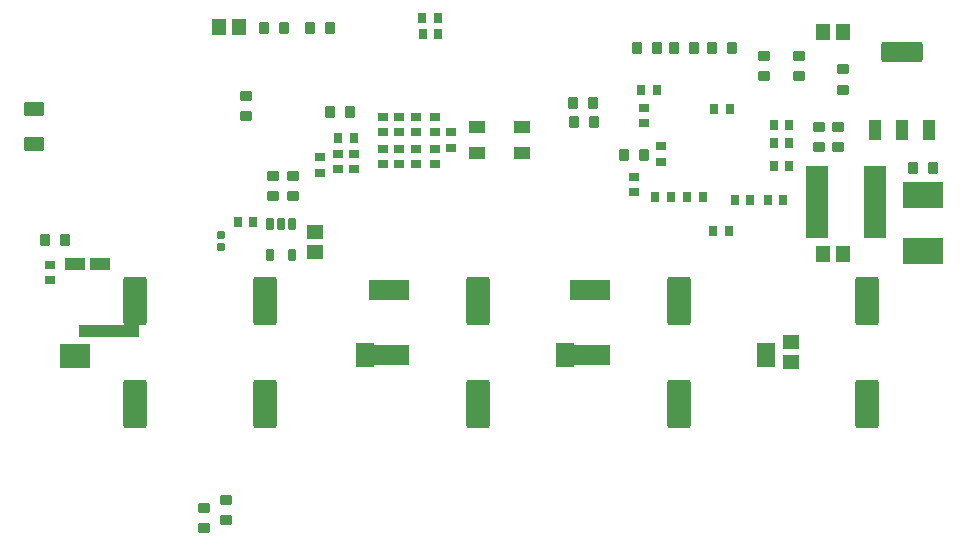
<source format=gbp>
G04*
G04 #@! TF.GenerationSoftware,Altium Limited,Altium Designer,20.0.11 (256)*
G04*
G04 Layer_Color=128*
%FSLAX25Y25*%
%MOIN*%
G70*
G01*
G75*
%ADD22R,0.10236X0.08268*%
%ADD23R,0.20079X0.04331*%
%ADD24R,0.06299X0.08268*%
%ADD36R,0.06693X0.03937*%
%ADD37R,0.03347X0.02756*%
G04:AMPARAMS|DCode=39|XSize=39.37mil|YSize=35.43mil|CornerRadius=4.43mil|HoleSize=0mil|Usage=FLASHONLY|Rotation=90.000|XOffset=0mil|YOffset=0mil|HoleType=Round|Shape=RoundedRectangle|*
%AMROUNDEDRECTD39*
21,1,0.03937,0.02657,0,0,90.0*
21,1,0.03051,0.03543,0,0,90.0*
1,1,0.00886,0.01329,0.01526*
1,1,0.00886,0.01329,-0.01526*
1,1,0.00886,-0.01329,-0.01526*
1,1,0.00886,-0.01329,0.01526*
%
%ADD39ROUNDEDRECTD39*%
G04:AMPARAMS|DCode=40|XSize=39.37mil|YSize=35.43mil|CornerRadius=4.43mil|HoleSize=0mil|Usage=FLASHONLY|Rotation=180.000|XOffset=0mil|YOffset=0mil|HoleType=Round|Shape=RoundedRectangle|*
%AMROUNDEDRECTD40*
21,1,0.03937,0.02657,0,0,180.0*
21,1,0.03051,0.03543,0,0,180.0*
1,1,0.00886,-0.01526,0.01329*
1,1,0.00886,0.01526,0.01329*
1,1,0.00886,0.01526,-0.01329*
1,1,0.00886,-0.01526,-0.01329*
%
%ADD40ROUNDEDRECTD40*%
G04:AMPARAMS|DCode=43|XSize=23.62mil|YSize=23.62mil|CornerRadius=2.36mil|HoleSize=0mil|Usage=FLASHONLY|Rotation=180.000|XOffset=0mil|YOffset=0mil|HoleType=Round|Shape=RoundedRectangle|*
%AMROUNDEDRECTD43*
21,1,0.02362,0.01890,0,0,180.0*
21,1,0.01890,0.02362,0,0,180.0*
1,1,0.00472,-0.00945,0.00945*
1,1,0.00472,0.00945,0.00945*
1,1,0.00472,0.00945,-0.00945*
1,1,0.00472,-0.00945,-0.00945*
%
%ADD43ROUNDEDRECTD43*%
G04:AMPARAMS|DCode=113|XSize=49.21mil|YSize=68.9mil|CornerRadius=12.3mil|HoleSize=0mil|Usage=FLASHONLY|Rotation=90.000|XOffset=0mil|YOffset=0mil|HoleType=Round|Shape=RoundedRectangle|*
%AMROUNDEDRECTD113*
21,1,0.04921,0.04429,0,0,90.0*
21,1,0.02461,0.06890,0,0,90.0*
1,1,0.02461,0.02215,0.01230*
1,1,0.02461,0.02215,-0.01230*
1,1,0.02461,-0.02215,-0.01230*
1,1,0.02461,-0.02215,0.01230*
%
%ADD113ROUNDEDRECTD113*%
%ADD114R,0.05512X0.03937*%
%ADD115R,0.13780X0.08858*%
%ADD116R,0.13583X0.07087*%
%ADD117R,0.07795X0.24488*%
%ADD118R,0.04921X0.05709*%
%ADD119R,0.05709X0.04921*%
%ADD120R,0.02756X0.03347*%
G04:AMPARAMS|DCode=122|XSize=137.8mil|YSize=68.9mil|CornerRadius=8.61mil|HoleSize=0mil|Usage=FLASHONLY|Rotation=180.000|XOffset=0mil|YOffset=0mil|HoleType=Round|Shape=RoundedRectangle|*
%AMROUNDEDRECTD122*
21,1,0.13780,0.05167,0,0,180.0*
21,1,0.12057,0.06890,0,0,180.0*
1,1,0.01722,-0.06029,0.02584*
1,1,0.01722,0.06029,0.02584*
1,1,0.01722,0.06029,-0.02584*
1,1,0.01722,-0.06029,-0.02584*
%
%ADD122ROUNDEDRECTD122*%
G04:AMPARAMS|DCode=123|XSize=43.31mil|YSize=68.9mil|CornerRadius=5.41mil|HoleSize=0mil|Usage=FLASHONLY|Rotation=180.000|XOffset=0mil|YOffset=0mil|HoleType=Round|Shape=RoundedRectangle|*
%AMROUNDEDRECTD123*
21,1,0.04331,0.05807,0,0,180.0*
21,1,0.03248,0.06890,0,0,180.0*
1,1,0.01083,-0.01624,0.02904*
1,1,0.01083,0.01624,0.02904*
1,1,0.01083,0.01624,-0.02904*
1,1,0.01083,-0.01624,-0.02904*
%
%ADD123ROUNDEDRECTD123*%
G04:AMPARAMS|DCode=124|XSize=43.31mil|YSize=68.9mil|CornerRadius=5.41mil|HoleSize=0mil|Usage=FLASHONLY|Rotation=180.000|XOffset=0mil|YOffset=0mil|HoleType=Round|Shape=RoundedRectangle|*
%AMROUNDEDRECTD124*
21,1,0.04331,0.05807,0,0,180.0*
21,1,0.03248,0.06890,0,0,180.0*
1,1,0.01083,-0.01624,0.02904*
1,1,0.01083,0.01624,0.02904*
1,1,0.01083,0.01624,-0.02904*
1,1,0.01083,-0.01624,-0.02904*
%
%ADD124ROUNDEDRECTD124*%
G04:AMPARAMS|DCode=125|XSize=23.62mil|YSize=39.37mil|CornerRadius=2.95mil|HoleSize=0mil|Usage=FLASHONLY|Rotation=0.000|XOffset=0mil|YOffset=0mil|HoleType=Round|Shape=RoundedRectangle|*
%AMROUNDEDRECTD125*
21,1,0.02362,0.03347,0,0,0.0*
21,1,0.01772,0.03937,0,0,0.0*
1,1,0.00591,0.00886,-0.01673*
1,1,0.00591,-0.00886,-0.01673*
1,1,0.00591,-0.00886,0.01673*
1,1,0.00591,0.00886,0.01673*
%
%ADD125ROUNDEDRECTD125*%
G04:AMPARAMS|DCode=126|XSize=78.74mil|YSize=161.42mil|CornerRadius=9.84mil|HoleSize=0mil|Usage=FLASHONLY|Rotation=180.000|XOffset=0mil|YOffset=0mil|HoleType=Round|Shape=RoundedRectangle|*
%AMROUNDEDRECTD126*
21,1,0.07874,0.14173,0,0,180.0*
21,1,0.05906,0.16142,0,0,180.0*
1,1,0.01968,-0.02953,0.07087*
1,1,0.01968,0.02953,0.07087*
1,1,0.01968,0.02953,-0.07087*
1,1,0.01968,-0.02953,-0.07087*
%
%ADD126ROUNDEDRECTD126*%
D22*
X147349Y73425D02*
D03*
D23*
X158569Y81693D02*
D03*
D24*
X243806Y73819D02*
D03*
X310735D02*
D03*
X377664D02*
D03*
D36*
X147366Y104100D02*
D03*
X155634D02*
D03*
D37*
X228930Y134647D02*
D03*
Y139765D02*
D03*
X255308Y148033D02*
D03*
Y153151D02*
D03*
X260820Y148033D02*
D03*
Y153151D02*
D03*
X267119Y137403D02*
D03*
Y142521D02*
D03*
X255308Y137403D02*
D03*
Y142521D02*
D03*
X249796Y153151D02*
D03*
Y148033D02*
D03*
X267119D02*
D03*
Y153151D02*
D03*
X249796Y142521D02*
D03*
Y137403D02*
D03*
X260820Y142521D02*
D03*
Y137403D02*
D03*
X272631Y148033D02*
D03*
Y142915D02*
D03*
X240347Y135828D02*
D03*
Y140946D02*
D03*
X342600Y143459D02*
D03*
Y138341D02*
D03*
X337009Y151065D02*
D03*
Y156183D02*
D03*
X333465Y133349D02*
D03*
Y128231D02*
D03*
X234835Y135828D02*
D03*
Y140946D02*
D03*
X139100Y103859D02*
D03*
Y98741D02*
D03*
D39*
X137253Y112300D02*
D03*
X143947D02*
D03*
X232147Y182700D02*
D03*
X225453D02*
D03*
X216846D02*
D03*
X210154D02*
D03*
X336846Y140400D02*
D03*
X330153Y140400D02*
D03*
X320346Y151500D02*
D03*
X313653D02*
D03*
X319947Y158000D02*
D03*
X313253D02*
D03*
X359647Y176065D02*
D03*
X366339D02*
D03*
X347048Y176154D02*
D03*
X353741D02*
D03*
X334450Y176065D02*
D03*
X341143D02*
D03*
X238947Y155000D02*
D03*
X232254D02*
D03*
X426728Y136080D02*
D03*
X433421D02*
D03*
D40*
X401576Y143191D02*
D03*
Y149884D02*
D03*
X395276Y143191D02*
D03*
Y149884D02*
D03*
X388583Y166813D02*
D03*
Y173506D02*
D03*
X403400Y169046D02*
D03*
Y162353D02*
D03*
X376772Y173506D02*
D03*
Y166813D02*
D03*
X213400Y133647D02*
D03*
Y126953D02*
D03*
X220100Y126953D02*
D03*
Y133647D02*
D03*
X197700Y25646D02*
D03*
X197700Y18953D02*
D03*
X190200Y22946D02*
D03*
Y16253D02*
D03*
X204200Y160093D02*
D03*
Y153400D02*
D03*
D43*
X195900Y109831D02*
D03*
Y113768D02*
D03*
D113*
X133600Y155905D02*
D03*
Y144095D02*
D03*
D114*
X281292Y141143D02*
D03*
X296253D02*
D03*
X281292Y149805D02*
D03*
X296253D02*
D03*
D115*
X429900Y127150D02*
D03*
Y108449D02*
D03*
D116*
X319002Y95571D02*
D03*
Y73720D02*
D03*
X252073Y95571D02*
D03*
Y73720D02*
D03*
D117*
X414016Y124884D02*
D03*
X394647D02*
D03*
D118*
X201847Y183100D02*
D03*
X195153D02*
D03*
X403347Y181577D02*
D03*
X396654D02*
D03*
X403246Y107400D02*
D03*
X396553D02*
D03*
D119*
X227415Y114890D02*
D03*
Y108196D02*
D03*
X385931Y78149D02*
D03*
Y71457D02*
D03*
D120*
X240150Y146261D02*
D03*
X235032D02*
D03*
X380119Y150475D02*
D03*
X385237D02*
D03*
X380119Y136695D02*
D03*
X385237D02*
D03*
X380119Y144569D02*
D03*
X385237D02*
D03*
X383268Y125672D02*
D03*
X378150D02*
D03*
X372245D02*
D03*
X367127D02*
D03*
X365158Y115042D02*
D03*
X360040D02*
D03*
X360434Y155987D02*
D03*
X365552D02*
D03*
X356497Y126459D02*
D03*
X351379D02*
D03*
X341142Y162286D02*
D03*
X336024D02*
D03*
X340749Y126459D02*
D03*
X345867D02*
D03*
X268159Y186200D02*
D03*
X263041D02*
D03*
X268259Y180900D02*
D03*
X263141D02*
D03*
X206746Y118236D02*
D03*
X201628D02*
D03*
D122*
X422835Y174884D02*
D03*
D123*
X413780Y148900D02*
D03*
X422835D02*
D03*
D124*
X431890D02*
D03*
D125*
X212258Y107212D02*
D03*
X219738Y117448D02*
D03*
X215998D02*
D03*
X212258D02*
D03*
X219738Y107212D02*
D03*
D126*
X281601Y57677D02*
D03*
Y91929D02*
D03*
X411128Y57677D02*
D03*
Y91929D02*
D03*
X167428Y57677D02*
D03*
Y91929D02*
D03*
X210735Y57677D02*
D03*
Y91929D02*
D03*
X348530Y57677D02*
D03*
Y91929D02*
D03*
M02*

</source>
